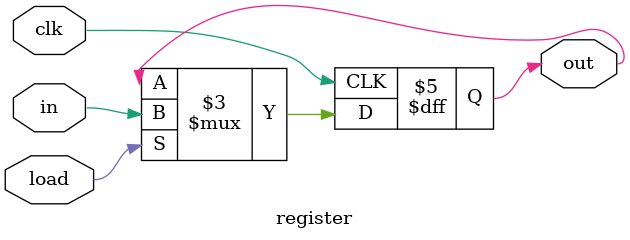
<source format=sv>
module regfile(clk, data_in, write, reg_w, reg_a, reg_b, out_a, out_b);
	input clk, write;
	input [2:0] reg_w, reg_a, reg_b;
	input [15:0] data_in;
	output reg [15:0] out_a, out_b;

	wire [7:0] load;
	wire [15:0] R0, R1, R2, R3, R4, R5, R6, R7;

	register #(16) U0(data_in, load[0], clk, R0);
	register #(16) U1(data_in, load[1], clk, R1);
	register #(16) U2(data_in, load[2], clk, R2);
	register #(16) U3(data_in, load[3], clk, R3);
	register #(16) U4(data_in, load[4], clk, R4);
	register #(16) U5(data_in, load[5], clk, R5);
	register #(16) U6(data_in, load[6], clk, R6);
	register #(16) U7(data_in, load[7], clk, R7);

	assign load = {8{write}} & (8'b1 << reg_w);

	always_comb begin
		case (reg_a)
		0: out_a = R0;
		1: out_a = R1;
		2: out_a = R2;
		3: out_a = R3;
		4: out_a = R4;
		5: out_a = R5;
		6: out_a = R6;
		7: out_a = R7;
		endcase

		case (reg_b)
		0: out_b = R0;
		1: out_b = R1;
		2: out_b = R2;
		3: out_b = R3;
		4: out_b = R4;
		5: out_b = R5;
		6: out_b = R6;
		7: out_b = R7;
		endcase
	end
endmodule: regfile

module register(in, load, clk, out);
	parameter n = 1;
	input [n-1:0] in;
	input load, clk;
	output reg [n-1:0] out;

	always_ff @(posedge clk)
		if (load) out = in;
endmodule: register

</source>
